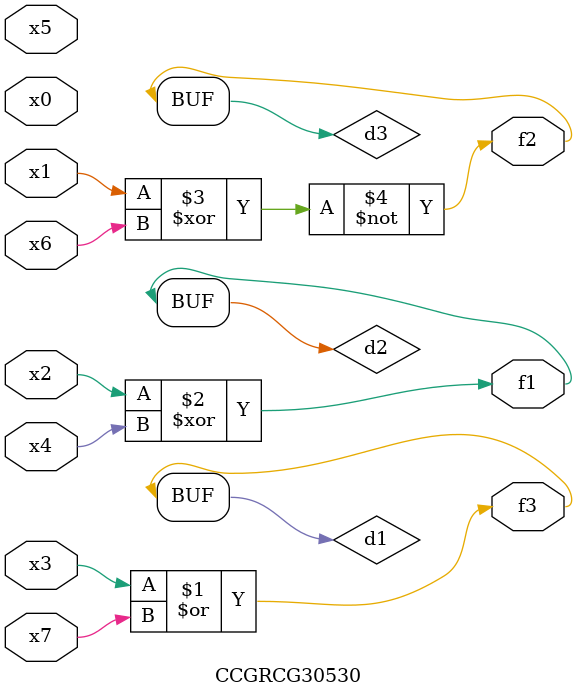
<source format=v>
module CCGRCG30530(
	input x0, x1, x2, x3, x4, x5, x6, x7,
	output f1, f2, f3
);

	wire d1, d2, d3;

	or (d1, x3, x7);
	xor (d2, x2, x4);
	xnor (d3, x1, x6);
	assign f1 = d2;
	assign f2 = d3;
	assign f3 = d1;
endmodule

</source>
